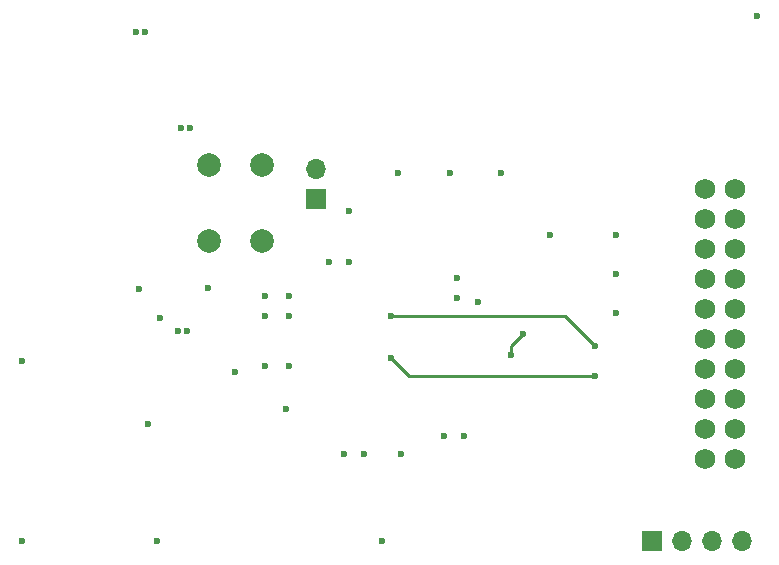
<source format=gbl>
G04 #@! TF.GenerationSoftware,KiCad,Pcbnew,9.0.0*
G04 #@! TF.CreationDate,2025-07-06T15:52:53-05:00*
G04 #@! TF.ProjectId,silver-platter,73696c76-6572-42d7-906c-61747465722e,rev?*
G04 #@! TF.SameCoordinates,Original*
G04 #@! TF.FileFunction,Copper,L4,Bot*
G04 #@! TF.FilePolarity,Positive*
%FSLAX46Y46*%
G04 Gerber Fmt 4.6, Leading zero omitted, Abs format (unit mm)*
G04 Created by KiCad (PCBNEW 9.0.0) date 2025-07-06 15:52:53*
%MOMM*%
%LPD*%
G01*
G04 APERTURE LIST*
G04 #@! TA.AperFunction,ComponentPad*
%ADD10C,2.000000*%
G04 #@! TD*
G04 #@! TA.AperFunction,ComponentPad*
%ADD11C,1.750000*%
G04 #@! TD*
G04 #@! TA.AperFunction,ComponentPad*
%ADD12R,1.700000X1.700000*%
G04 #@! TD*
G04 #@! TA.AperFunction,ComponentPad*
%ADD13O,1.700000X1.700000*%
G04 #@! TD*
G04 #@! TA.AperFunction,ViaPad*
%ADD14C,0.600000*%
G04 #@! TD*
G04 #@! TA.AperFunction,Conductor*
%ADD15C,0.250000*%
G04 #@! TD*
G04 APERTURE END LIST*
D10*
X137740000Y-96520000D03*
X137740000Y-90020000D03*
X142240000Y-96520000D03*
X142240000Y-90020000D03*
D11*
X179705000Y-92075000D03*
X182245000Y-92075000D03*
X179705000Y-94615000D03*
X182245000Y-94615000D03*
X179705000Y-97155000D03*
X182245000Y-97155000D03*
X179705000Y-99695000D03*
X182245000Y-99695000D03*
X179705000Y-102235000D03*
X182245000Y-102235000D03*
X179705000Y-104775000D03*
X182245000Y-104775000D03*
X179705000Y-107315000D03*
X182245000Y-107315000D03*
X179705000Y-109855000D03*
X182245000Y-109855000D03*
X179705000Y-112395000D03*
X182245000Y-112395000D03*
X179705000Y-114935000D03*
X182245000Y-114935000D03*
D12*
X175260000Y-121920000D03*
D13*
X177800000Y-121920000D03*
X180340000Y-121920000D03*
X182880000Y-121920000D03*
D12*
X146812000Y-92964000D03*
D13*
X146812000Y-90424000D03*
D14*
X133350000Y-121920000D03*
X147881000Y-98298000D03*
X150876000Y-114554000D03*
X144272000Y-110744000D03*
X158750000Y-101346000D03*
X166624000Y-96012000D03*
X137668000Y-100483500D03*
X157633500Y-113030000D03*
X142494000Y-102870000D03*
X144526000Y-102870000D03*
X142494000Y-107087500D03*
X153767000Y-90744000D03*
X132307500Y-78766500D03*
X149151000Y-114554000D03*
X149606000Y-93980000D03*
X144526000Y-101145000D03*
X132541000Y-112014000D03*
X172212000Y-102616000D03*
X153977000Y-114554000D03*
X142494000Y-101145000D03*
X172212000Y-96012000D03*
X144526000Y-107087500D03*
X158750000Y-99621000D03*
X172212000Y-99314000D03*
X139954000Y-107542500D03*
X135890000Y-104140000D03*
X135128000Y-104140000D03*
X149606000Y-98298000D03*
X131545500Y-78766500D03*
X162500000Y-90744000D03*
X152400000Y-121920000D03*
X158182000Y-90744000D03*
X159358500Y-113030000D03*
X121920000Y-121920000D03*
X160528000Y-101653000D03*
X153162000Y-106426000D03*
X170434000Y-107950000D03*
X121920000Y-106680000D03*
X136117500Y-86894500D03*
X131826000Y-100536500D03*
X184150000Y-77470000D03*
X135355500Y-86894500D03*
X133615000Y-103023500D03*
X163322000Y-106172000D03*
X164338000Y-104394000D03*
X170434000Y-105410000D03*
X153162000Y-102870000D03*
D15*
X153162000Y-106426000D02*
X154686000Y-107950000D01*
X154686000Y-107950000D02*
X170434000Y-107950000D01*
X164338000Y-104394000D02*
X163322000Y-105410000D01*
X163322000Y-105410000D02*
X163322000Y-106172000D01*
X167894000Y-102870000D02*
X170434000Y-105410000D01*
X153162000Y-102870000D02*
X167894000Y-102870000D01*
M02*

</source>
